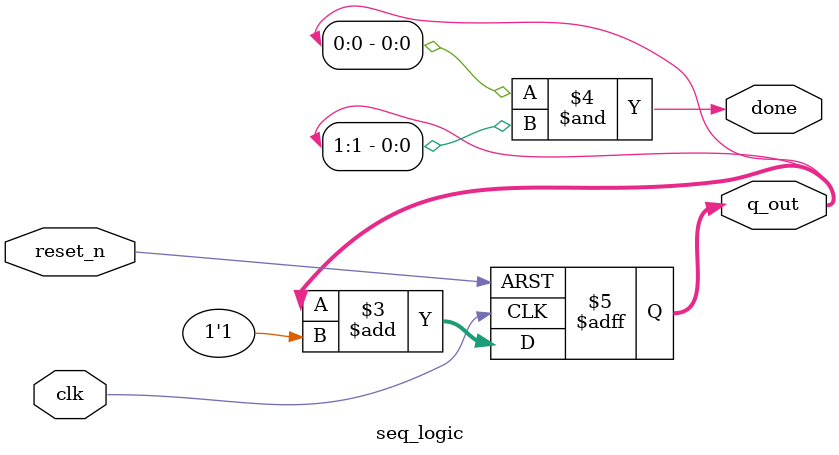
<source format=sv>
`timescale 1ns / 1ps


module seq_logic(

input clk,
input reset_n,
output logic [1:0] q_out,
output logic done
    );
    always_ff @(posedge clk, negedge reset_n)
    begin:async_event
    if(!reset_n)
    q_out <= 2'b0;
    else
    q_out <= q_out + 1'b1;
    end:async_event
    
    assign done = q_out[0] & q_out[1];
endmodule

</source>
